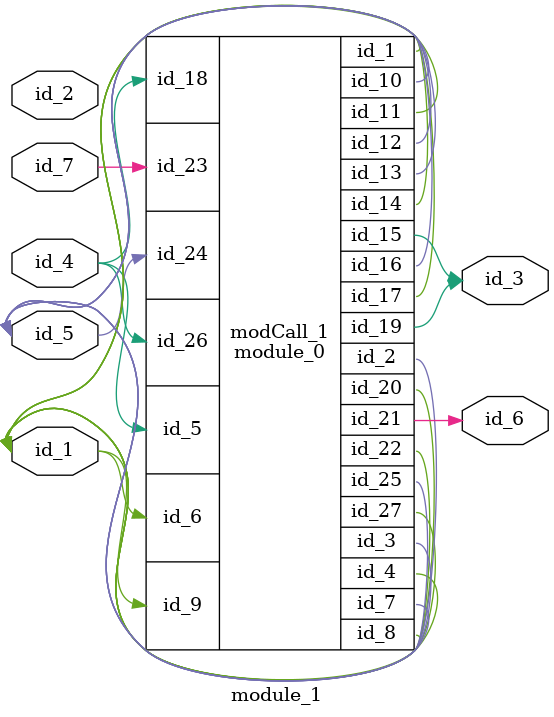
<source format=v>
module module_0 (
    id_1,
    id_2,
    id_3,
    id_4,
    id_5,
    id_6,
    id_7,
    id_8,
    id_9,
    id_10,
    id_11,
    id_12,
    id_13,
    id_14,
    id_15,
    id_16,
    id_17,
    id_18,
    id_19,
    id_20,
    id_21,
    id_22,
    id_23,
    id_24,
    id_25,
    id_26,
    id_27
);
  inout wire id_27;
  input wire id_26;
  inout wire id_25;
  input wire id_24;
  input wire id_23;
  inout wire id_22;
  output wire id_21;
  output wire id_20;
  output wire id_19;
  input wire id_18;
  inout wire id_17;
  inout wire id_16;
  output wire id_15;
  output wire id_14;
  inout wire id_13;
  inout wire id_12;
  inout wire id_11;
  inout wire id_10;
  input wire id_9;
  output wire id_8;
  inout wire id_7;
  input wire id_6;
  input wire id_5;
  inout wire id_4;
  inout wire id_3;
  inout wire id_2;
  inout wire id_1;
  wire id_28;
endmodule
module module_1 (
    id_1,
    id_2,
    id_3,
    id_4,
    id_5,
    id_6,
    id_7
);
  input wire id_7;
  output wire id_6;
  inout wire id_5;
  input wire id_4;
  module_0 modCall_1 (
      id_1,
      id_5,
      id_5,
      id_1,
      id_4,
      id_1,
      id_5,
      id_1,
      id_1,
      id_5,
      id_1,
      id_5,
      id_5,
      id_1,
      id_3,
      id_5,
      id_1,
      id_4,
      id_3,
      id_1,
      id_6,
      id_1,
      id_7,
      id_5,
      id_5,
      id_4,
      id_1
  );
  output wire id_3;
  input wire id_2;
  inout wire id_1;
endmodule

</source>
